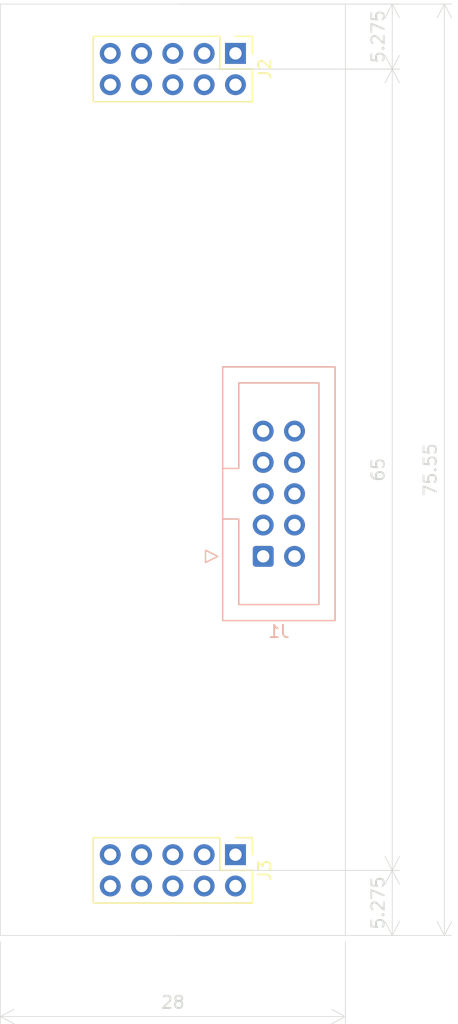
<source format=kicad_pcb>
(kicad_pcb (version 20241229) (generator "pcbnew") (generator_version "9.0")
  (layers (0 "F.Cu" signal) (2 "B.Cu" signal) (13 "F.Paste" user) (15 "B.Paste" user) (5 "F.SilkS" user "F.Silkscreen") (7 "B.SilkS" user "B.Silkscreen") (1 "F.Mask" user) (3 "B.Mask" user) (25 "Edge.Cuts" user))
  (net 0 "")
  (footprint "Connector_PinHeader_2.54mm:PinHeader_2x05_P2.54mm_Vertical" (layer "F.Cu") (at 69.08 54 -90)
    (property "Reference" "J2" (at 1.27 -2.38 90) (layer "F.SilkS"))
    (property "Value" "IOBoard Upper")
    (fp_line (start -1.38 11.54) (end 3.92 11.54) (stroke (width 0.12)) (layer "F.SilkS"))
    (fp_line (start -1.38 1.27) (end -1.38 11.54) (stroke (width 0.12)) (layer "F.SilkS"))
    (fp_line (start -1.38 1.27) (end 1.27 1.27) (stroke (width 0.12)) (layer "F.SilkS"))
    (fp_line (start 1.27 1.27) (end 1.27 -1.38) (stroke (width 0.12)) (layer "F.SilkS"))
    (fp_line (start -1.38 0) (end -1.38 -1.38) (stroke (width 0.12)) (layer "F.SilkS"))
    (fp_line (start -1.38 -1.38) (end 0 -1.38) (stroke (width 0.12)) (layer "F.SilkS"))
    (fp_line (start 1.27 -1.38) (end 3.92 -1.38) (stroke (width 0.12)) (layer "F.SilkS"))
    (fp_line (start 3.92 -1.38) (end 3.92 11.54) (stroke (width 0.12)) (layer "F.SilkS"))
    (pad "1" thru_hole rect (at 0 0 270) (size 1.7 1.7) (drill 1) (layers "*.Cu" "*.Mask"))
    (pad "2" thru_hole circle (at 2.54 0 270) (size 1.7 1.7) (drill 1) (layers "*.Cu" "*.Mask"))
    (pad "3" thru_hole circle (at 0 2.54 270) (size 1.7 1.7) (drill 1) (layers "*.Cu" "*.Mask"))
    (pad "4" thru_hole circle (at 2.54 2.54 270) (size 1.7 1.7) (drill 1) (layers "*.Cu" "*.Mask"))
    (pad "5" thru_hole circle (at 0 5.08 270) (size 1.7 1.7) (drill 1) (layers "*.Cu" "*.Mask"))
    (pad "6" thru_hole circle (at 2.54 5.08 270) (size 1.7 1.7) (drill 1) (layers "*.Cu" "*.Mask"))
    (pad "7" thru_hole circle (at 0 7.62 270) (size 1.7 1.7) (drill 1) (layers "*.Cu" "*.Mask"))
    (pad "8" thru_hole circle (at 2.54 7.62 270) (size 1.7 1.7) (drill 1) (layers "*.Cu" "*.Mask"))
    (pad "9" thru_hole circle (at 0 10.16 270) (size 1.7 1.7) (drill 1) (layers "*.Cu" "*.Mask"))
    (pad "10" thru_hole circle (at 2.54 10.16 270) (size 1.7 1.7) (drill 1) (layers "*.Cu" "*.Mask"))
  )
  (footprint "Connector_PinHeader_2.54mm:PinHeader_2x05_P2.54mm_Vertical" (layer "F.Cu") (at 69.08 119 -90)
    (property "Reference" "J3" (at 1.27 -2.38 90) (layer "F.SilkS"))
    (property "Value" "IOBoard Lower")
    (fp_line (start -1.38 11.54) (end 3.92 11.54) (stroke (width 0.12)) (layer "F.SilkS"))
    (fp_line (start -1.38 1.27) (end -1.38 11.54) (stroke (width 0.12)) (layer "F.SilkS"))
    (fp_line (start -1.38 1.27) (end 1.27 1.27) (stroke (width 0.12)) (layer "F.SilkS"))
    (fp_line (start 1.27 1.27) (end 1.27 -1.38) (stroke (width 0.12)) (layer "F.SilkS"))
    (fp_line (start -1.38 0) (end -1.38 -1.38) (stroke (width 0.12)) (layer "F.SilkS"))
    (fp_line (start -1.38 -1.38) (end 0 -1.38) (stroke (width 0.12)) (layer "F.SilkS"))
    (fp_line (start 1.27 -1.38) (end 3.92 -1.38) (stroke (width 0.12)) (layer "F.SilkS"))
    (fp_line (start 3.92 -1.38) (end 3.92 11.54) (stroke (width 0.12)) (layer "F.SilkS"))
    (pad "1" thru_hole rect (at 0 0 270) (size 1.7 1.7) (drill 1) (layers "*.Cu" "*.Mask"))
    (pad "2" thru_hole circle (at 2.54 0 270) (size 1.7 1.7) (drill 1) (layers "*.Cu" "*.Mask"))
    (pad "3" thru_hole circle (at 0 2.54 270) (size 1.7 1.7) (drill 1) (layers "*.Cu" "*.Mask"))
    (pad "4" thru_hole circle (at 2.54 2.54 270) (size 1.7 1.7) (drill 1) (layers "*.Cu" "*.Mask"))
    (pad "5" thru_hole circle (at 0 5.08 270) (size 1.7 1.7) (drill 1) (layers "*.Cu" "*.Mask"))
    (pad "6" thru_hole circle (at 2.54 5.08 270) (size 1.7 1.7) (drill 1) (layers "*.Cu" "*.Mask"))
    (pad "7" thru_hole circle (at 0 7.62 270) (size 1.7 1.7) (drill 1) (layers "*.Cu" "*.Mask"))
    (pad "8" thru_hole circle (at 2.54 7.62 270) (size 1.7 1.7) (drill 1) (layers "*.Cu" "*.Mask"))
    (pad "9" thru_hole circle (at 0 10.16 270) (size 1.7 1.7) (drill 1) (layers "*.Cu" "*.Mask"))
    (pad "10" thru_hole circle (at 2.54 10.16 270) (size 1.7 1.7) (drill 1) (layers "*.Cu" "*.Mask"))
  )
  (footprint "Connector_IDC:IDC-Header_2x05_P2.54mm_Vertical" (layer "B.Cu") (at 71.33 94.8)
    (property "Reference" "J1" (at 1.27 6.1 0) (layer "B.SilkS") (effects (justify mirror)))
    (property "Value" "Eurorack Power")
    (fp_line (start -4.68 -0.5) (end -3.68 0) (stroke (width 0.12)) (layer "B.SilkS"))
    (fp_line (start -4.68 0.5) (end -4.68 -0.5) (stroke (width 0.12)) (layer "B.SilkS"))
    (fp_line (start -3.68 0) (end -4.68 0.5) (stroke (width 0.12)) (layer "B.SilkS"))
    (fp_line (start -3.29 -15.37) (end -3.29 5.21) (stroke (width 0.12)) (layer "B.SilkS"))
    (fp_line (start -3.29 -3.03) (end -1.98 -3.03) (stroke (width 0.12)) (layer "B.SilkS"))
    (fp_line (start -3.29 5.21) (end 5.83 5.21) (stroke (width 0.12)) (layer "B.SilkS"))
    (fp_line (start -1.98 -14.07) (end -1.98 -7.13) (stroke (width 0.12)) (layer "B.SilkS"))
    (fp_line (start -1.98 -7.13) (end -3.29 -7.13) (stroke (width 0.12)) (layer "B.SilkS"))
    (fp_line (start -1.98 -3.03) (end -1.98 3.91) (stroke (width 0.12)) (layer "B.SilkS"))
    (fp_line (start -1.98 3.91) (end 4.52 3.91) (stroke (width 0.12)) (layer "B.SilkS"))
    (fp_line (start 4.52 -14.07) (end -1.98 -14.07) (stroke (width 0.12)) (layer "B.SilkS"))
    (fp_line (start 4.52 3.91) (end 4.52 -14.07) (stroke (width 0.12)) (layer "B.SilkS"))
    (fp_line (start 5.83 -15.37) (end -3.29 -15.37) (stroke (width 0.12)) (layer "B.SilkS"))
    (fp_line (start 5.83 5.21) (end 5.83 -15.37) (stroke (width 0.12)) (layer "B.SilkS"))
    (pad "1" thru_hole roundrect (at 0 0) (size 1.7 1.7) (drill 1) (layers "*.Cu" "*.Mask") (roundrect_rratio 0.147059))
    (pad "2" thru_hole circle (at 2.54 0) (size 1.7 1.7) (drill 1) (layers "*.Cu" "*.Mask"))
    (pad "3" thru_hole circle (at 0 -2.54) (size 1.7 1.7) (drill 1) (layers "*.Cu" "*.Mask"))
    (pad "4" thru_hole circle (at 2.54 -2.54) (size 1.7 1.7) (drill 1) (layers "*.Cu" "*.Mask"))
    (pad "5" thru_hole circle (at 0 -5.08) (size 1.7 1.7) (drill 1) (layers "*.Cu" "*.Mask"))
    (pad "6" thru_hole circle (at 2.54 -5.08) (size 1.7 1.7) (drill 1) (layers "*.Cu" "*.Mask"))
    (pad "7" thru_hole circle (at 0 -7.62) (size 1.7 1.7) (drill 1) (layers "*.Cu" "*.Mask"))
    (pad "8" thru_hole circle (at 2.54 -7.62) (size 1.7 1.7) (drill 1) (layers "*.Cu" "*.Mask"))
    (pad "9" thru_hole circle (at 0 -10.16) (size 1.7 1.7) (drill 1) (layers "*.Cu" "*.Mask"))
    (pad "10" thru_hole circle (at 2.54 -10.16) (size 1.7 1.7) (drill 1) (layers "*.Cu" "*.Mask"))
  )
  (gr_rect (start 50 50) (end 78 125.55) (stroke (width 0.05)) (fill no) (layer "Edge.Cuts"))
  (dimension (type orthogonal) (layer "Edge.Cuts") (pts (xy 64 120.275) (xy 64 125.55)) (height 17.8) (orientation 1) (format (prefix "") (suffix "") (units 3) (units_format 0) (precision 4) (suppress_zeroes yes)) (style (thickness 0.05) (arrow_length 1.27) (text_position_mode 0) (arrow_direction outward) (extension_height 0.58642) (extension_offset 0.5) (keep_text_aligned yes)) (gr_text "5.275" (at 80.65 122.9125 90) (layer "Edge.Cuts") (effects (font (size 1 1) (thickness 0.15)))))
  (dimension (type orthogonal) (layer "Edge.Cuts") (pts (xy 64 55.275) (xy 64 120.275)) (height 17.8) (orientation 1) (format (prefix "") (suffix "") (units 3) (units_format 0) (precision 4) (suppress_zeroes yes)) (style (thickness 0.05) (arrow_length 1.27) (text_position_mode 0) (arrow_direction outward) (extension_height 0.58642) (extension_offset 0.5) (keep_text_aligned yes)) (gr_text "65" (at 80.65 87.775 90) (layer "Edge.Cuts") (effects (font (size 1 1) (thickness 0.15)))))
  (dimension (type orthogonal) (layer "Edge.Cuts") (pts (xy 50 125.55) (xy 78 125.55)) (height 6.58) (orientation 0) (format (prefix "") (suffix "") (units 3) (units_format 0) (precision 4) (suppress_zeroes yes)) (style (thickness 0.05) (arrow_length 1.27) (text_position_mode 0) (arrow_direction outward) (extension_height 0.58642) (extension_offset 0.5) (keep_text_aligned yes)) (gr_text "28" (at 64 130.98 0) (layer "Edge.Cuts") (effects (font (size 1 1) (thickness 0.15)))))
  (dimension (type orthogonal) (layer "Edge.Cuts") (pts (xy 78 50) (xy 78 125.55)) (height 8.03) (orientation 1) (format (prefix "") (suffix "") (units 3) (units_format 0) (precision 4) (suppress_zeroes yes)) (style (thickness 0.05) (arrow_length 1.27) (text_position_mode 0) (arrow_direction outward) (extension_height 0.58642) (extension_offset 0.5) (keep_text_aligned yes)) (gr_text "75.55" (at 84.88 87.775 90) (layer "Edge.Cuts") (effects (font (size 1 1) (thickness 0.15)))))
  (dimension (type orthogonal) (layer "Edge.Cuts") (pts (xy 64 55.275) (xy 64 50)) (height 17.8) (orientation 1) (format (prefix "") (suffix "") (units 3) (units_format 0) (precision 4) (suppress_zeroes yes)) (style (thickness 0.05) (arrow_length 1.27) (text_position_mode 0) (arrow_direction outward) (extension_height 0.58642) (extension_offset 0.5) (keep_text_aligned yes)) (gr_text "5.275" (at 80.65 52.6375 90) (layer "Edge.Cuts") (effects (font (size 1 1) (thickness 0.15)))))
)
</source>
